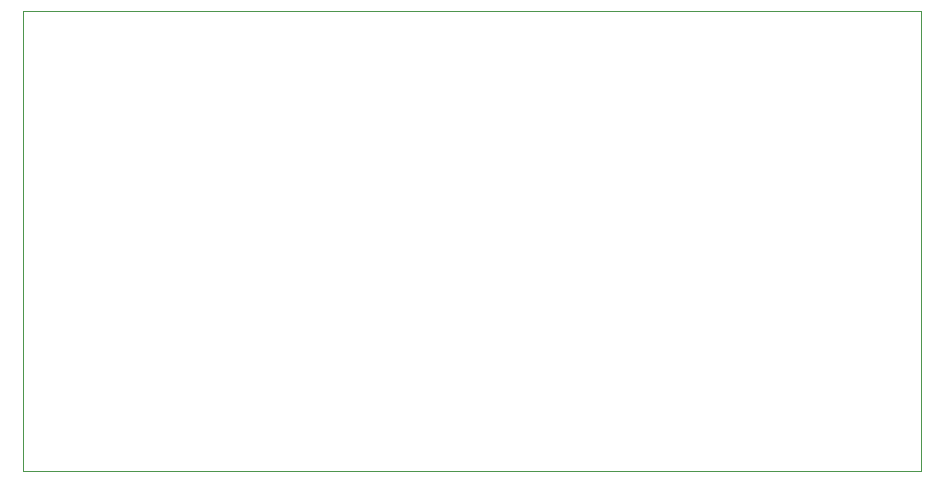
<source format=gm1>
G04 #@! TF.GenerationSoftware,KiCad,Pcbnew,8.0.1*
G04 #@! TF.CreationDate,2024-04-17T20:24:04+03:00*
G04 #@! TF.ProjectId,Daughterboard,44617567-6874-4657-9262-6f6172642e6b,rev?*
G04 #@! TF.SameCoordinates,Original*
G04 #@! TF.FileFunction,Profile,NP*
%FSLAX46Y46*%
G04 Gerber Fmt 4.6, Leading zero omitted, Abs format (unit mm)*
G04 Created by KiCad (PCBNEW 8.0.1) date 2024-04-17 20:24:04*
%MOMM*%
%LPD*%
G01*
G04 APERTURE LIST*
G04 #@! TA.AperFunction,Profile*
%ADD10C,0.100000*%
G04 #@! TD*
G04 APERTURE END LIST*
D10*
X88700000Y-88900000D02*
X164700000Y-88900000D01*
X164700000Y-127800000D01*
X88700000Y-127800000D01*
X88700000Y-88900000D01*
M02*

</source>
